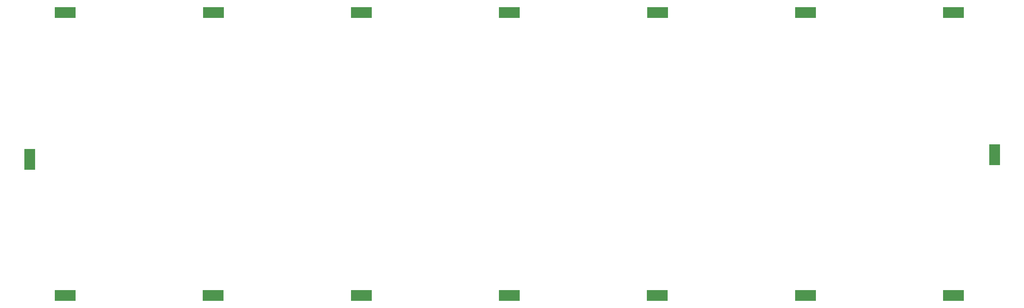
<source format=gbp>
%TF.GenerationSoftware,KiCad,Pcbnew,7.0.8*%
%TF.CreationDate,2023-11-11T14:32:32+05:30*%
%TF.ProjectId,DevBoard,44657642-6f61-4726-942e-6b696361645f,rev?*%
%TF.SameCoordinates,Original*%
%TF.FileFunction,Paste,Bot*%
%TF.FilePolarity,Positive*%
%FSLAX46Y46*%
G04 Gerber Fmt 4.6, Leading zero omitted, Abs format (unit mm)*
G04 Created by KiCad (PCBNEW 7.0.8) date 2023-11-11 14:32:32*
%MOMM*%
%LPD*%
G01*
G04 APERTURE LIST*
%ADD10R,5.000000X2.500000*%
%ADD11R,2.500000X5.000000*%
G04 APERTURE END LIST*
D10*
%TO.C,P2*%
X137920800Y-111201200D03*
%TD*%
%TO.C,PG4*%
X207895400Y-178054000D03*
%TD*%
%TO.C,P7*%
X312920800Y-111201200D03*
%TD*%
%TO.C,PG3*%
X172895400Y-178054000D03*
%TD*%
%TO.C,P1*%
X102920800Y-111201200D03*
%TD*%
%TO.C,P4*%
X207920800Y-111201200D03*
%TD*%
D11*
%TO.C,PD1*%
X94513400Y-145923000D03*
%TD*%
D10*
%TO.C,PG5*%
X242895400Y-178054000D03*
%TD*%
%TO.C,P3*%
X172920800Y-111201200D03*
%TD*%
%TO.C,PG7*%
X312895400Y-178054000D03*
%TD*%
%TO.C,P6*%
X277920800Y-111201200D03*
%TD*%
%TO.C,P5*%
X242920800Y-111201200D03*
%TD*%
%TO.C,PG2*%
X137895400Y-178054000D03*
%TD*%
%TO.C,PG6*%
X277895400Y-178054000D03*
%TD*%
D11*
%TO.C,PD2*%
X322580000Y-144805400D03*
%TD*%
D10*
%TO.C,PG1*%
X102895400Y-178054000D03*
%TD*%
M02*

</source>
